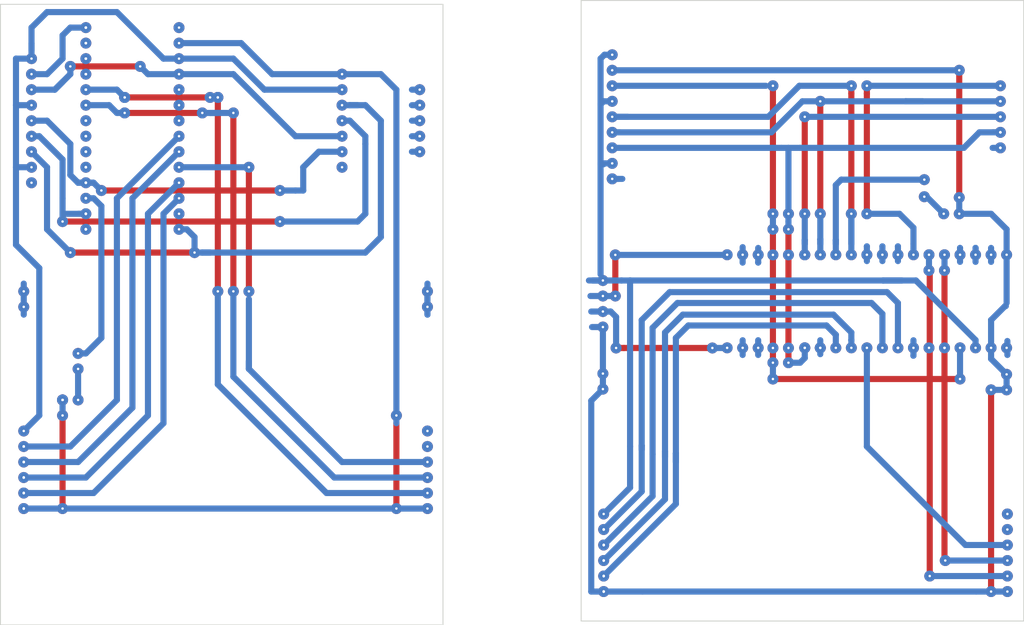
<source format=kicad_pcb>
(kicad_pcb (version 20171130) (host pcbnew "(5.0.1-3-g963ef8bb5)")

  (general
    (thickness 1.6)
    (drawings 10)
    (tracks 740)
    (zones 0)
    (modules 0)
    (nets 1)
  )

  (page A4)
  (layers
    (0 F.Cu signal)
    (31 B.Cu signal)
    (32 B.Adhes user)
    (33 F.Adhes user)
    (34 B.Paste user)
    (35 F.Paste user)
    (36 B.SilkS user)
    (37 F.SilkS user)
    (38 B.Mask user)
    (39 F.Mask user)
    (40 Dwgs.User user)
    (41 Cmts.User user)
    (42 Eco1.User user)
    (43 Eco2.User user)
    (44 Edge.Cuts user)
    (45 Margin user)
    (46 B.CrtYd user)
    (47 F.CrtYd user)
    (48 B.Fab user)
    (49 F.Fab user)
  )

  (setup
    (last_trace_width 1)
    (trace_clearance 0.2)
    (zone_clearance 0.508)
    (zone_45_only no)
    (trace_min 0.2)
    (segment_width 0.2)
    (edge_width 0.15)
    (via_size 1.8)
    (via_drill 0.4)
    (via_min_size 0.4)
    (via_min_drill 0.3)
    (uvia_size 0.3)
    (uvia_drill 0.1)
    (uvias_allowed no)
    (uvia_min_size 0.2)
    (uvia_min_drill 0.1)
    (pcb_text_width 0.3)
    (pcb_text_size 1.5 1.5)
    (mod_edge_width 0.15)
    (mod_text_size 1 1)
    (mod_text_width 0.15)
    (pad_size 1.524 1.524)
    (pad_drill 0.762)
    (pad_to_mask_clearance 0.051)
    (solder_mask_min_width 0.25)
    (aux_axis_origin 0 0)
    (visible_elements FFFFFF7F)
    (pcbplotparams
      (layerselection 0x010fc_ffffffff)
      (usegerberextensions false)
      (usegerberattributes false)
      (usegerberadvancedattributes false)
      (creategerberjobfile false)
      (excludeedgelayer true)
      (linewidth 0.150000)
      (plotframeref false)
      (viasonmask false)
      (mode 1)
      (useauxorigin false)
      (hpglpennumber 1)
      (hpglpenspeed 20)
      (hpglpendiameter 15.000000)
      (psnegative false)
      (psa4output false)
      (plotreference true)
      (plotvalue true)
      (plotinvisibletext false)
      (padsonsilk false)
      (subtractmaskfromsilk false)
      (outputformat 1)
      (mirror false)
      (drillshape 1)
      (scaleselection 1)
      (outputdirectory ""))
  )

  (net 0 "")

  (net_class Default "This is the default net class."
    (clearance 0.2)
    (trace_width 1)
    (via_dia 1.8)
    (via_drill 0.4)
    (uvia_dia 0.3)
    (uvia_drill 0.1)
  )

  (net_class neti ""
    (clearance 0.2)
    (trace_width 0.8)
    (via_dia 3)
    (via_drill 0.4)
    (uvia_dia 0.3)
    (uvia_drill 0.1)
  )

  (gr_text "V1 Initial\n" (at 110.363 15.494) (layer Eco2.User) (tstamp 5DC6DFEE)
    (effects (font (size 1.5 1.5) (thickness 0.3)))
  )
  (gr_text "V2 PSRAM\n" (at 162.56 15.24) (layer Eco2.User)
    (effects (font (size 1.5 1.5) (thickness 0.3)))
  )
  (gr_line (start 140.716 113.665) (end 140.716 12.065) (layer Edge.Cuts) (width 0.15) (tstamp 5DC5CC49))
  (gr_line (start 213.106 12.065) (end 213.106 113.665) (layer Edge.Cuts) (width 0.15) (tstamp 5DC5CC48))
  (gr_line (start 140.716 12.065) (end 213.106 12.065) (layer Edge.Cuts) (width 0.15) (tstamp 5DC5CC47))
  (gr_line (start 140.716 113.665) (end 213.106 113.665) (layer Edge.Cuts) (width 0.15) (tstamp 5DC5CC46))
  (gr_line (start 45.72 12.7) (end 118.11 12.7) (layer Edge.Cuts) (width 0.15))
  (gr_line (start 45.72 114.3) (end 118.11 114.3) (layer Edge.Cuts) (width 0.15))
  (gr_line (start 118.11 12.7) (end 118.11 114.3) (layer Edge.Cuts) (width 0.15))
  (gr_line (start 45.72 114.3) (end 45.72 12.7) (layer Edge.Cuts) (width 0.15))

  (via (at 59.69 16.51) (size 0.8) (drill 0.4) (layers F.Cu B.Cu) (net 0))
  (via (at 59.69 19.05) (size 0.8) (drill 0.4) (layers F.Cu B.Cu) (net 0))
  (via (at 59.69 21.59) (size 0.8) (drill 0.4) (layers F.Cu B.Cu) (net 0))
  (via (at 59.69 24.13) (size 0.8) (drill 0.4) (layers F.Cu B.Cu) (net 0))
  (via (at 59.69 26.67) (size 0.8) (drill 0.4) (layers F.Cu B.Cu) (net 0))
  (via (at 59.69 26.67) (size 0.8) (drill 0.4) (layers F.Cu B.Cu) (net 0) (tstamp 5C68311F))
  (via (at 59.69 26.67) (size 0.8) (drill 0.4) (layers F.Cu B.Cu) (net 0))
  (via (at 59.69 29.21) (size 0.8) (drill 0.4) (layers F.Cu B.Cu) (net 0))
  (via (at 59.69 31.75) (size 0.8) (drill 0.4) (layers F.Cu B.Cu) (net 0))
  (via (at 59.69 34.29) (size 0.8) (drill 0.4) (layers F.Cu B.Cu) (net 0))
  (via (at 59.69 36.83) (size 0.8) (drill 0.4) (layers F.Cu B.Cu) (net 0))
  (via (at 59.69 39.37) (size 0.8) (drill 0.4) (layers F.Cu B.Cu) (net 0))
  (via (at 59.69 41.91) (size 0.8) (drill 0.4) (layers F.Cu B.Cu) (net 0))
  (via (at 59.69 44.45) (size 0.8) (drill 0.4) (layers F.Cu B.Cu) (net 0))
  (via (at 59.69 46.99) (size 0.8) (drill 0.4) (layers F.Cu B.Cu) (net 0))
  (via (at 59.69 49.53) (size 0.8) (drill 0.4) (layers F.Cu B.Cu) (net 0))
  (via (at 114.3 29.21) (size 0.8) (drill 0.4) (layers F.Cu B.Cu) (net 0))
  (via (at 114.3 31.75) (size 0.8) (drill 0.4) (layers F.Cu B.Cu) (net 0))
  (via (at 114.3 34.29) (size 0.8) (drill 0.4) (layers F.Cu B.Cu) (net 0))
  (via (at 114.3 36.83) (size 0.8) (drill 0.4) (layers F.Cu B.Cu) (net 0))
  (via (at 49.53 85.09) (size 0.8) (drill 0.4) (layers F.Cu B.Cu) (net 0))
  (via (at 49.53 87.63) (size 0.8) (drill 0.4) (layers F.Cu B.Cu) (net 0))
  (via (at 49.53 90.17) (size 0.8) (drill 0.4) (layers F.Cu B.Cu) (net 0))
  (via (at 49.53 92.71) (size 0.8) (drill 0.4) (layers F.Cu B.Cu) (net 0))
  (via (at 49.53 95.25) (size 0.8) (drill 0.4) (layers F.Cu B.Cu) (net 0))
  (via (at 49.53 87.63) (size 0.8) (drill 0.4) (layers F.Cu B.Cu) (net 0) (tstamp 5C6836AE))
  (via (at 49.53 87.63) (size 0.8) (drill 0.4) (layers F.Cu B.Cu) (net 0))
  (via (at 59.69 49.53) (size 0.8) (drill 0.4) (layers F.Cu B.Cu) (net 0) (tstamp 5C6837BC))
  (via (at 59.69 49.53) (size 1.2) (drill 0.4) (layers F.Cu B.Cu) (net 0))
  (via (at 59.69 16.51) (size 0.8) (drill 0.4) (layers F.Cu B.Cu) (net 0) (tstamp 5C6837BF))
  (via (at 59.69 16.51) (size 1.2) (drill 0.4) (layers F.Cu B.Cu) (net 0))
  (via (at 59.69 19.05) (size 0.8) (drill 0.4) (layers F.Cu B.Cu) (net 0) (tstamp 5C6837C1))
  (via (at 59.69 19.05) (size 1.2) (drill 0.4) (layers F.Cu B.Cu) (net 0))
  (via (at 59.69 21.59) (size 0.8) (drill 0.4) (layers F.Cu B.Cu) (net 0) (tstamp 5C6837C3))
  (via (at 59.69 21.59) (size 1.2) (drill 0.4) (layers F.Cu B.Cu) (net 0))
  (via (at 59.69 24.13) (size 0.8) (drill 0.4) (layers F.Cu B.Cu) (net 0) (tstamp 5C6837C5))
  (via (at 59.69 24.13) (size 1.2) (drill 0.4) (layers F.Cu B.Cu) (net 0))
  (via (at 59.69 26.67) (size 0.8) (drill 0.4) (layers F.Cu B.Cu) (net 0) (tstamp 5C6837C7))
  (via (at 59.69 26.67) (size 1.2) (drill 0.4) (layers F.Cu B.Cu) (net 0))
  (via (at 59.69 29.21) (size 0.8) (drill 0.4) (layers F.Cu B.Cu) (net 0) (tstamp 5C6837C9))
  (via (at 59.69 29.21) (size 1.2) (drill 0.4) (layers F.Cu B.Cu) (net 0))
  (via (at 59.69 31.75) (size 0.8) (drill 0.4) (layers F.Cu B.Cu) (net 0) (tstamp 5C6837CB))
  (via (at 59.69 31.75) (size 1.2) (drill 0.4) (layers F.Cu B.Cu) (net 0))
  (via (at 59.69 34.29) (size 0.8) (drill 0.4) (layers F.Cu B.Cu) (net 0) (tstamp 5C6837CD))
  (via (at 59.69 34.29) (size 1.2) (drill 0.4) (layers F.Cu B.Cu) (net 0))
  (via (at 59.69 36.83) (size 0.8) (drill 0.4) (layers F.Cu B.Cu) (net 0) (tstamp 5C6837CF))
  (via (at 59.69 36.83) (size 1.2) (drill 0.4) (layers F.Cu B.Cu) (net 0))
  (via (at 59.69 39.37) (size 0.8) (drill 0.4) (layers F.Cu B.Cu) (net 0) (tstamp 5C6837D1))
  (via (at 59.69 39.37) (size 1.2) (drill 0.4) (layers F.Cu B.Cu) (net 0))
  (via (at 59.69 41.91) (size 0.8) (drill 0.4) (layers F.Cu B.Cu) (net 0) (tstamp 5C6837D3))
  (via (at 59.69 41.91) (size 1.2) (drill 0.4) (layers F.Cu B.Cu) (net 0))
  (via (at 59.69 44.45) (size 0.8) (drill 0.4) (layers F.Cu B.Cu) (net 0) (tstamp 5C6837D5))
  (via (at 59.69 44.45) (size 1.2) (drill 0.4) (layers F.Cu B.Cu) (net 0))
  (via (at 59.69 46.99) (size 0.8) (drill 0.4) (layers F.Cu B.Cu) (net 0) (tstamp 5C6837D7))
  (via (at 59.69 46.99) (size 1.2) (drill 0.4) (layers F.Cu B.Cu) (net 0))
  (via (at 59.69 49.53) (size 0.8) (drill 0.4) (layers F.Cu B.Cu) (net 0) (tstamp 5C6837D9))
  (via (at 59.69 49.53) (size 1.2) (drill 0.4) (layers F.Cu B.Cu) (net 0))
  (via (at 59.69 49.53) (size 0.8) (drill 0.4) (layers F.Cu B.Cu) (net 0) (tstamp 5C6837F5))
  (via (at 59.69 49.53) (size 1.5) (drill 0.4) (layers F.Cu B.Cu) (net 0))
  (via (at 59.69 49.53) (size 0.8) (drill 0.4) (layers F.Cu B.Cu) (net 0) (tstamp 5C6837F7))
  (via (at 59.69 49.53) (size 1.5) (drill 0.4) (layers F.Cu B.Cu) (net 0))
  (via (at 59.69 46.99) (size 0.8) (drill 0.4) (layers F.Cu B.Cu) (net 0) (tstamp 5C6837F9))
  (via (at 59.69 46.99) (size 1.5) (drill 0.4) (layers F.Cu B.Cu) (net 0))
  (via (at 59.69 44.45) (size 0.8) (drill 0.4) (layers F.Cu B.Cu) (net 0) (tstamp 5C6837FB))
  (via (at 59.69 44.45) (size 1.5) (drill 0.4) (layers F.Cu B.Cu) (net 0))
  (via (at 59.69 41.91) (size 0.8) (drill 0.4) (layers F.Cu B.Cu) (net 0) (tstamp 5C6837FD))
  (via (at 59.69 41.91) (size 1.5) (drill 0.4) (layers F.Cu B.Cu) (net 0))
  (via (at 59.69 39.37) (size 0.8) (drill 0.4) (layers F.Cu B.Cu) (net 0) (tstamp 5C6837FF))
  (via (at 59.69 39.37) (size 1.5) (drill 0.4) (layers F.Cu B.Cu) (net 0))
  (via (at 59.69 36.83) (size 0.8) (drill 0.4) (layers F.Cu B.Cu) (net 0) (tstamp 5C683801))
  (via (at 59.69 36.83) (size 1.5) (drill 0.4) (layers F.Cu B.Cu) (net 0))
  (via (at 59.69 34.29) (size 0.8) (drill 0.4) (layers F.Cu B.Cu) (net 0) (tstamp 5C683803))
  (via (at 59.69 34.29) (size 1.5) (drill 0.4) (layers F.Cu B.Cu) (net 0))
  (via (at 59.69 31.75) (size 0.8) (drill 0.4) (layers F.Cu B.Cu) (net 0) (tstamp 5C683805))
  (via (at 59.69 31.75) (size 1.5) (drill 0.4) (layers F.Cu B.Cu) (net 0))
  (via (at 59.69 29.21) (size 0.8) (drill 0.4) (layers F.Cu B.Cu) (net 0) (tstamp 5C683807))
  (via (at 59.69 29.21) (size 1.5) (drill 0.4) (layers F.Cu B.Cu) (net 0))
  (via (at 59.69 26.67) (size 0.8) (drill 0.4) (layers F.Cu B.Cu) (net 0) (tstamp 5C683809))
  (via (at 59.69 26.67) (size 1.5) (drill 0.4) (layers F.Cu B.Cu) (net 0))
  (via (at 59.69 24.13) (size 0.8) (drill 0.4) (layers F.Cu B.Cu) (net 0) (tstamp 5C68380B))
  (via (at 59.69 24.13) (size 1.5) (drill 0.4) (layers F.Cu B.Cu) (net 0))
  (via (at 59.69 21.59) (size 0.8) (drill 0.4) (layers F.Cu B.Cu) (net 0) (tstamp 5C68380D))
  (via (at 59.69 21.59) (size 1.5) (drill 0.4) (layers F.Cu B.Cu) (net 0))
  (via (at 59.69 19.05) (size 0.8) (drill 0.4) (layers F.Cu B.Cu) (net 0) (tstamp 5C68380F))
  (via (at 59.69 19.05) (size 1.5) (drill 0.4) (layers F.Cu B.Cu) (net 0))
  (via (at 59.69 16.51) (size 0.8) (drill 0.4) (layers F.Cu B.Cu) (net 0) (tstamp 5C683811))
  (via (at 59.69 16.51) (size 1.5) (drill 0.4) (layers F.Cu B.Cu) (net 0))
  (via (at 114.3 29.21) (size 0.8) (drill 0.4) (layers F.Cu B.Cu) (net 0) (tstamp 5C683869))
  (via (at 114.3 29.21) (size 1.5) (drill 0.4) (layers F.Cu B.Cu) (net 0))
  (via (at 114.3 31.75) (size 0.8) (drill 0.4) (layers F.Cu B.Cu) (net 0) (tstamp 5C68386B))
  (via (at 114.3 31.75) (size 1.5) (drill 0.4) (layers F.Cu B.Cu) (net 0))
  (via (at 114.3 34.29) (size 0.8) (drill 0.4) (layers F.Cu B.Cu) (net 0) (tstamp 5C68386D))
  (via (at 114.3 34.29) (size 1.5) (drill 0.4) (layers F.Cu B.Cu) (net 0))
  (via (at 114.3 36.83) (size 0.8) (drill 0.4) (layers F.Cu B.Cu) (net 0) (tstamp 5C68386F))
  (via (at 114.3 36.83) (size 1.5) (drill 0.4) (layers F.Cu B.Cu) (net 0))
  (via (at 49.53 85.09) (size 0.8) (drill 0.4) (layers F.Cu B.Cu) (net 0) (tstamp 5C683885))
  (via (at 49.53 87.63) (size 0.8) (drill 0.4) (layers F.Cu B.Cu) (net 0) (tstamp 5C683887))
  (via (at 49.53 87.63) (size 1.5) (drill 0.4) (layers F.Cu B.Cu) (net 0))
  (via (at 49.53 90.17) (size 0.8) (drill 0.4) (layers F.Cu B.Cu) (net 0) (tstamp 5C683889))
  (via (at 49.53 90.17) (size 1.5) (drill 0.4) (layers F.Cu B.Cu) (net 0))
  (via (at 49.53 92.71) (size 0.8) (drill 0.4) (layers F.Cu B.Cu) (net 0) (tstamp 5C68388B))
  (via (at 49.53 92.71) (size 1.5) (drill 0.4) (layers F.Cu B.Cu) (net 0))
  (via (at 49.53 95.25) (size 0.8) (drill 0.4) (layers F.Cu B.Cu) (net 0) (tstamp 5C68388D))
  (via (at 49.53 95.25) (size 1.5) (drill 0.4) (layers F.Cu B.Cu) (net 0))
  (via (at 49.53 85.09) (size 0.8) (drill 0.4) (layers F.Cu B.Cu) (net 0) (tstamp 5C6842EE))
  (via (at 49.53 85.09) (size 1.5) (drill 0.4) (layers F.Cu B.Cu) (net 0))
  (via (at 49.53 85.09) (size 0.8) (drill 0.4) (layers F.Cu B.Cu) (net 0) (tstamp 5C7B7558))
  (via (at 49.53 85.09) (size 1.8) (drill 0.4) (layers F.Cu B.Cu) (net 0))
  (via (at 49.53 87.63) (size 0.8) (drill 0.4) (layers F.Cu B.Cu) (net 0) (tstamp 5C7B755A))
  (via (at 49.53 87.63) (size 1.8) (drill 0.4) (layers F.Cu B.Cu) (net 0))
  (via (at 49.53 90.17) (size 0.8) (drill 0.4) (layers F.Cu B.Cu) (net 0) (tstamp 5C7B755C))
  (via (at 49.53 90.17) (size 1.8) (drill 0.4) (layers F.Cu B.Cu) (net 0))
  (via (at 49.53 92.71) (size 0.8) (drill 0.4) (layers F.Cu B.Cu) (net 0) (tstamp 5C7B755E))
  (via (at 49.53 92.71) (size 1.8) (drill 0.4) (layers F.Cu B.Cu) (net 0))
  (via (at 49.53 95.25) (size 0.8) (drill 0.4) (layers F.Cu B.Cu) (net 0) (tstamp 5C7B7560))
  (via (at 49.53 95.25) (size 1.8) (drill 0.4) (layers F.Cu B.Cu) (net 0))
  (via (at 114.3 29.21) (size 0.8) (drill 0.4) (layers F.Cu B.Cu) (net 0) (tstamp 5C7B7576))
  (via (at 114.3 29.21) (size 1.8) (drill 0.4) (layers F.Cu B.Cu) (net 0))
  (via (at 114.3 31.75) (size 0.8) (drill 0.4) (layers F.Cu B.Cu) (net 0) (tstamp 5C7B7578))
  (via (at 114.3 31.75) (size 1.8) (drill 0.4) (layers F.Cu B.Cu) (net 0))
  (via (at 114.3 34.29) (size 0.8) (drill 0.4) (layers F.Cu B.Cu) (net 0) (tstamp 5C7B757A))
  (via (at 114.3 34.29) (size 1.8) (drill 0.4) (layers F.Cu B.Cu) (net 0))
  (via (at 114.3 36.83) (size 0.8) (drill 0.4) (layers F.Cu B.Cu) (net 0) (tstamp 5C7B757C))
  (via (at 114.3 36.83) (size 1.8) (drill 0.4) (layers F.Cu B.Cu) (net 0))
  (via (at 59.69 16.51) (size 0.8) (drill 0.4) (layers F.Cu B.Cu) (net 0) (tstamp 5C7B759C))
  (via (at 59.69 16.51) (size 1.8) (drill 0.4) (layers F.Cu B.Cu) (net 0))
  (via (at 59.69 19.05) (size 0.8) (drill 0.4) (layers F.Cu B.Cu) (net 0) (tstamp 5C7B759E))
  (via (at 59.69 19.05) (size 1.8) (drill 0.4) (layers F.Cu B.Cu) (net 0))
  (via (at 59.69 21.59) (size 0.8) (drill 0.4) (layers F.Cu B.Cu) (net 0) (tstamp 5C7B75A0))
  (via (at 59.69 21.59) (size 1.8) (drill 0.4) (layers F.Cu B.Cu) (net 0))
  (via (at 59.69 24.13) (size 0.8) (drill 0.4) (layers F.Cu B.Cu) (net 0) (tstamp 5C7B75A2))
  (via (at 59.69 24.13) (size 1.8) (drill 0.4) (layers F.Cu B.Cu) (net 0))
  (via (at 59.69 26.67) (size 0.8) (drill 0.4) (layers F.Cu B.Cu) (net 0) (tstamp 5C7B75A4))
  (via (at 59.69 26.67) (size 1.8) (drill 0.4) (layers F.Cu B.Cu) (net 0))
  (via (at 59.69 29.21) (size 0.8) (drill 0.4) (layers F.Cu B.Cu) (net 0) (tstamp 5C7B75A6))
  (via (at 59.69 29.21) (size 1.8) (drill 0.4) (layers F.Cu B.Cu) (net 0))
  (via (at 59.69 31.75) (size 0.8) (drill 0.4) (layers F.Cu B.Cu) (net 0) (tstamp 5C7B75A8))
  (via (at 59.69 31.75) (size 1.8) (drill 0.4) (layers F.Cu B.Cu) (net 0))
  (via (at 59.69 34.29) (size 0.8) (drill 0.4) (layers F.Cu B.Cu) (net 0) (tstamp 5C7B75AA))
  (via (at 59.69 34.29) (size 1.8) (drill 0.4) (layers F.Cu B.Cu) (net 0))
  (via (at 59.69 36.83) (size 0.8) (drill 0.4) (layers F.Cu B.Cu) (net 0) (tstamp 5C7B75AC))
  (via (at 59.69 36.83) (size 1.8) (drill 0.4) (layers F.Cu B.Cu) (net 0))
  (via (at 59.69 39.37) (size 0.8) (drill 0.4) (layers F.Cu B.Cu) (net 0) (tstamp 5C7B75AE))
  (via (at 59.69 39.37) (size 1.8) (drill 0.4) (layers F.Cu B.Cu) (net 0))
  (via (at 59.69 41.91) (size 0.8) (drill 0.4) (layers F.Cu B.Cu) (net 0) (tstamp 5C7B75B0))
  (via (at 59.69 41.91) (size 1.8) (drill 0.4) (layers F.Cu B.Cu) (net 0))
  (via (at 59.69 44.45) (size 0.8) (drill 0.4) (layers F.Cu B.Cu) (net 0) (tstamp 5C7B75B2))
  (via (at 59.69 44.45) (size 1.8) (drill 0.4) (layers F.Cu B.Cu) (net 0))
  (via (at 59.69 46.99) (size 0.8) (drill 0.4) (layers F.Cu B.Cu) (net 0) (tstamp 5C7B75B4))
  (via (at 59.69 46.99) (size 1.8) (drill 0.4) (layers F.Cu B.Cu) (net 0))
  (via (at 59.69 49.53) (size 0.8) (drill 0.4) (layers F.Cu B.Cu) (net 0) (tstamp 5C7B75B6))
  (via (at 59.69 49.53) (size 1.8) (drill 0.4) (layers F.Cu B.Cu) (net 0))
  (via (at 115.57 95.25) (size 1.8) (drill 0.4) (layers F.Cu B.Cu) (net 0))
  (via (at 115.57 92.71) (size 1.8) (drill 0.4) (layers F.Cu B.Cu) (net 0))
  (via (at 115.57 90.17) (size 1.8) (drill 0.4) (layers F.Cu B.Cu) (net 0))
  (via (at 115.57 87.63) (size 1.8) (drill 0.4) (layers F.Cu B.Cu) (net 0))
  (via (at 115.57 85.09) (size 1.8) (drill 0.4) (layers F.Cu B.Cu) (net 0))
  (via (at 115.57 82.55) (size 1.8) (drill 0.4) (layers F.Cu B.Cu) (net 0))
  (via (at 101.6 26.67) (size 1.8) (drill 0.4) (layers F.Cu B.Cu) (net 0))
  (via (at 101.6 29.21) (size 1.8) (drill 0.4) (layers F.Cu B.Cu) (net 0))
  (via (at 101.6 31.75) (size 1.8) (drill 0.4) (layers F.Cu B.Cu) (net 0))
  (via (at 101.6 34.29) (size 1.8) (drill 0.4) (layers F.Cu B.Cu) (net 0))
  (via (at 101.6 36.83) (size 1.8) (drill 0.4) (layers F.Cu B.Cu) (net 0))
  (via (at 101.6 39.37) (size 1.8) (drill 0.4) (layers F.Cu B.Cu) (net 0))
  (via (at 101.6 24.13) (size 1.8) (drill 0.4) (layers F.Cu B.Cu) (net 0))
  (via (at 49.53 62.23) (size 1.8) (drill 0.4) (layers F.Cu B.Cu) (net 0))
  (via (at 49.53 59.69) (size 1.8) (drill 0.4) (layers F.Cu B.Cu) (net 0))
  (via (at 49.53 82.55) (size 1.8) (drill 0.4) (layers F.Cu B.Cu) (net 0))
  (via (at 115.57 59.69) (size 1.8) (drill 0.4) (layers F.Cu B.Cu) (net 0))
  (via (at 115.57 62.23) (size 1.8) (drill 0.4) (layers F.Cu B.Cu) (net 0))
  (via (at 50.8 31.75) (size 1.8) (drill 0.4) (layers F.Cu B.Cu) (net 0))
  (via (at 50.8 29.21) (size 1.8) (drill 0.4) (layers F.Cu B.Cu) (net 0))
  (via (at 50.8 34.29) (size 1.8) (drill 0.4) (layers F.Cu B.Cu) (net 0))
  (via (at 50.8 36.83) (size 1.8) (drill 0.4) (layers F.Cu B.Cu) (net 0))
  (via (at 50.8 26.67) (size 1.8) (drill 0.4) (layers F.Cu B.Cu) (net 0))
  (via (at 50.8 24.13) (size 1.8) (drill 0.4) (layers F.Cu B.Cu) (net 0))
  (via (at 50.8 39.37) (size 1.8) (drill 0.4) (layers F.Cu B.Cu) (net 0))
  (via (at 50.8 41.91) (size 1.8) (drill 0.4) (layers F.Cu B.Cu) (net 0))
  (via (at 50.8 21.59) (size 1.8) (drill 0.4) (layers F.Cu B.Cu) (net 0))
  (via (at 74.93 16.51) (size 1.8) (drill 0.4) (layers F.Cu B.Cu) (net 0))
  (via (at 74.93 19.05) (size 1.8) (drill 0.4) (layers F.Cu B.Cu) (net 0))
  (via (at 74.93 21.59) (size 1.8) (drill 0.4) (layers F.Cu B.Cu) (net 0))
  (via (at 74.93 24.13) (size 1.8) (drill 0.4) (layers F.Cu B.Cu) (net 0))
  (via (at 74.93 26.67) (size 1.8) (drill 0.4) (layers F.Cu B.Cu) (net 0))
  (via (at 74.93 29.21) (size 1.8) (drill 0.4) (layers F.Cu B.Cu) (net 0))
  (via (at 74.93 31.75) (size 1.8) (drill 0.4) (layers F.Cu B.Cu) (net 0))
  (via (at 74.93 34.29) (size 1.8) (drill 0.4) (layers F.Cu B.Cu) (net 0))
  (via (at 74.93 36.83) (size 1.8) (drill 0.4) (layers F.Cu B.Cu) (net 0))
  (via (at 74.93 39.37) (size 1.8) (drill 0.4) (layers F.Cu B.Cu) (net 0))
  (via (at 74.93 41.91) (size 1.8) (drill 0.4) (layers F.Cu B.Cu) (net 0))
  (via (at 74.93 44.45) (size 1.8) (drill 0.4) (layers F.Cu B.Cu) (net 0))
  (via (at 74.93 46.99) (size 1.8) (drill 0.4) (layers F.Cu B.Cu) (net 0))
  (via (at 74.93 49.53) (size 1.8) (drill 0.4) (layers F.Cu B.Cu) (net 0))
  (segment (start 74.93 21.59) (end 83.82 21.59) (width 1) (layer B.Cu) (net 0))
  (segment (start 88.9 26.67) (end 101.6 26.67) (width 1) (layer B.Cu) (net 0))
  (segment (start 83.82 21.59) (end 88.9 26.67) (width 1) (layer B.Cu) (net 0))
  (segment (start 74.93 19.05) (end 85.09 19.05) (width 1) (layer B.Cu) (net 0))
  (segment (start 85.09 19.05) (end 90.17 24.13) (width 1) (layer B.Cu) (net 0))
  (segment (start 90.17 24.13) (end 101.6 24.13) (width 1) (layer B.Cu) (net 0))
  (segment (start 50.8 16.51) (end 53.34 13.97) (width 1) (layer B.Cu) (net 0))
  (segment (start 53.34 13.97) (end 64.77 13.97) (width 1) (layer B.Cu) (net 0))
  (segment (start 64.77 13.97) (end 72.39 21.59) (width 1) (layer B.Cu) (net 0))
  (segment (start 72.39 21.59) (end 74.93 21.59) (width 1) (layer B.Cu) (net 0))
  (segment (start 50.8 21.59) (end 50.8 19.05) (width 1) (layer B.Cu) (net 0))
  (segment (start 50.8 19.05) (end 50.8 16.51) (width 1) (layer B.Cu) (net 0))
  (segment (start 50.8 20.32) (end 50.8 19.05) (width 1) (layer B.Cu) (net 0))
  (segment (start 57.15 16.51) (end 59.69 16.51) (width 1) (layer B.Cu) (net 0))
  (segment (start 55.88 17.78) (end 57.15 16.51) (width 1) (layer B.Cu) (net 0))
  (segment (start 55.88 21.59) (end 55.88 17.78) (width 1) (layer B.Cu) (net 0))
  (segment (start 53.34 24.13) (end 55.88 21.59) (width 1) (layer B.Cu) (net 0))
  (segment (start 50.8 24.13) (end 53.34 24.13) (width 1) (layer B.Cu) (net 0))
  (via (at 68.58 22.86) (size 1.8) (drill 0.4) (layers F.Cu B.Cu) (net 0))
  (via (at 57.15 22.86) (size 1.8) (drill 0.4) (layers F.Cu B.Cu) (net 0))
  (segment (start 50.8 26.67) (end 54.61 26.67) (width 1) (layer B.Cu) (net 0))
  (segment (start 74.93 24.13) (end 69.85 24.13) (width 1) (layer B.Cu) (net 0))
  (segment (start 54.61 26.67) (end 55.88 25.4) (width 1) (layer B.Cu) (net 0))
  (segment (start 50.8 21.59) (end 48.26 21.59) (width 1) (layer B.Cu) (net 0))
  (segment (start 48.26 21.59) (end 48.26 29.21) (width 1) (layer B.Cu) (net 0))
  (segment (start 48.26 29.21) (end 50.8 29.21) (width 1) (layer B.Cu) (net 0))
  (segment (start 48.26 29.21) (end 48.26 39.37) (width 1) (layer B.Cu) (net 0))
  (segment (start 48.26 39.37) (end 50.8 39.37) (width 1) (layer B.Cu) (net 0))
  (segment (start 57.15 53.34) (end 57.15 53.34) (width 1) (layer B.Cu) (net 0) (tstamp 5D87702D))
  (via (at 57.15 53.34) (size 1.8) (drill 0.4) (layers F.Cu B.Cu) (net 0))
  (segment (start 53.34 49.53) (end 57.15 53.34) (width 1) (layer B.Cu) (net 0))
  (segment (start 53.34 39.37) (end 53.34 49.53) (width 1) (layer B.Cu) (net 0))
  (segment (start 50.8 36.83) (end 53.34 39.37) (width 1) (layer B.Cu) (net 0))
  (segment (start 58.42 46.99) (end 59.69 46.99) (width 1) (layer B.Cu) (net 0))
  (segment (start 58.42 41.91) (end 59.69 41.91) (width 1) (layer B.Cu) (net 0))
  (segment (start 57.15 40.64) (end 58.42 41.91) (width 1) (layer B.Cu) (net 0))
  (segment (start 49.53 95.25) (end 55.88 95.25) (width 1) (layer B.Cu) (net 0))
  (segment (start 48.26 39.37) (end 48.26 52.07) (width 1) (layer B.Cu) (net 0))
  (segment (start 48.26 52.07) (end 52.07 55.88) (width 1) (layer B.Cu) (net 0))
  (segment (start 52.07 80.01) (end 49.53 82.55) (width 1) (layer B.Cu) (net 0))
  (segment (start 52.07 55.88) (end 52.07 80.01) (width 1) (layer B.Cu) (net 0))
  (segment (start 113.03 29.21) (end 114.3 29.21) (width 1) (layer B.Cu) (net 0))
  (segment (start 113.03 31.75) (end 114.3 31.75) (width 1) (layer B.Cu) (net 0))
  (segment (start 113.03 34.29) (end 114.3 34.29) (width 1) (layer B.Cu) (net 0))
  (segment (start 113.03 36.83) (end 114.3 36.83) (width 1) (layer B.Cu) (net 0))
  (segment (start 64.77 26.67) (end 66.04 27.94) (width 1) (layer B.Cu) (net 0))
  (segment (start 59.69 26.67) (end 64.77 26.67) (width 1) (layer B.Cu) (net 0))
  (segment (start 53.34 31.75) (end 57.15 35.56) (width 1) (layer B.Cu) (net 0))
  (segment (start 57.15 35.56) (end 57.15 40.64) (width 1) (layer B.Cu) (net 0))
  (segment (start 50.8 31.75) (end 53.34 31.75) (width 1) (layer B.Cu) (net 0))
  (segment (start 52.07 34.29) (end 55.88 38.1) (width 1) (layer B.Cu) (net 0))
  (segment (start 50.8 34.29) (end 52.07 34.29) (width 1) (layer B.Cu) (net 0))
  (segment (start 55.88 38.1) (end 55.88 44.45) (width 1) (layer B.Cu) (net 0))
  (segment (start 64.77 77.47) (end 57.15 85.09) (width 1) (layer B.Cu) (net 0))
  (segment (start 57.15 85.09) (end 49.53 85.09) (width 1) (layer B.Cu) (net 0))
  (segment (start 58.42 77.47) (end 58.42 77.47) (width 1) (layer B.Cu) (net 0) (tstamp 5D8774FA))
  (via (at 58.42 77.47) (size 1.8) (drill 0.4) (layers F.Cu B.Cu) (net 0))
  (segment (start 74.93 36.83) (end 67.31 44.45) (width 1) (layer B.Cu) (net 0))
  (segment (start 67.31 44.45) (end 67.31 78.74) (width 1) (layer B.Cu) (net 0))
  (segment (start 67.31 78.74) (end 58.42 87.63) (width 1) (layer B.Cu) (net 0))
  (segment (start 58.42 87.63) (end 49.53 87.63) (width 1) (layer B.Cu) (net 0))
  (segment (start 74.93 34.29) (end 64.77 44.45) (width 1) (layer B.Cu) (net 0))
  (segment (start 64.77 44.45) (end 64.77 77.47) (width 1) (layer B.Cu) (net 0))
  (segment (start 57.15 53.34) (end 77.47 53.34) (width 1) (layer F.Cu) (net 0))
  (segment (start 74.93 41.91) (end 69.85 46.99) (width 1) (layer B.Cu) (net 0))
  (segment (start 69.85 46.99) (end 69.85 80.01) (width 1) (layer B.Cu) (net 0))
  (segment (start 69.85 80.01) (end 59.69 90.17) (width 1) (layer B.Cu) (net 0))
  (segment (start 59.69 90.17) (end 49.53 90.17) (width 1) (layer B.Cu) (net 0))
  (via (at 77.47 53.34) (size 1.8) (drill 0.4) (layers F.Cu B.Cu) (net 0))
  (segment (start 115.57 59.69) (end 115.57 63.5) (width 1) (layer B.Cu) (net 0))
  (segment (start 115.57 63.5) (end 115.57 58.42) (width 1) (layer B.Cu) (net 0))
  (segment (start 49.53 58.42) (end 49.53 63.5) (width 1) (layer B.Cu) (net 0))
  (segment (start 101.6 87.63) (end 115.57 87.63) (width 1) (layer B.Cu) (net 0))
  (segment (start 60.96 92.71) (end 49.53 92.71) (width 1) (layer B.Cu) (net 0))
  (segment (start 72.39 81.28) (end 60.96 92.71) (width 1) (layer B.Cu) (net 0))
  (segment (start 72.39 46.99) (end 72.39 81.28) (width 1) (layer B.Cu) (net 0))
  (segment (start 74.93 44.45) (end 72.39 46.99) (width 1) (layer B.Cu) (net 0))
  (segment (start 66.04 27.94) (end 66.04 27.94) (width 1) (layer B.Cu) (net 0) (tstamp 5D877813))
  (via (at 66.04 27.94) (size 1.8) (drill 0.4) (layers F.Cu B.Cu) (net 0))
  (via (at 66.04 30.48) (size 1.8) (drill 0.4) (layers F.Cu B.Cu) (net 0))
  (segment (start 64.77 30.48) (end 66.04 30.48) (width 1) (layer B.Cu) (net 0))
  (segment (start 63.5 29.21) (end 64.77 30.48) (width 1) (layer B.Cu) (net 0))
  (segment (start 59.69 29.21) (end 63.5 29.21) (width 1) (layer B.Cu) (net 0))
  (segment (start 69.85 24.13) (end 68.58 22.86) (width 1) (layer B.Cu) (net 0))
  (segment (start 54.61 26.67) (end 57.15 24.13) (width 1) (layer B.Cu) (net 0))
  (segment (start 57.15 24.13) (end 57.15 22.86) (width 1) (layer B.Cu) (net 0))
  (segment (start 57.15 22.86) (end 68.58 22.86) (width 1) (layer F.Cu) (net 0))
  (segment (start 66.04 30.48) (end 78.74 30.48) (width 1) (layer F.Cu) (net 0))
  (segment (start 76.2 49.53) (end 77.47 50.8) (width 1) (layer B.Cu) (net 0))
  (segment (start 77.47 50.8) (end 77.47 53.34) (width 1) (layer B.Cu) (net 0))
  (via (at 78.74 30.48) (size 1.8) (drill 0.4) (layers F.Cu B.Cu) (net 0))
  (segment (start 81.28 30.48) (end 81.28 30.48) (width 1) (layer F.Cu) (net 0) (tstamp 5D877C04))
  (via (at 83.82 30.48) (size 1.8) (drill 0.4) (layers F.Cu B.Cu) (net 0))
  (via (at 80.01 27.94) (size 1.8) (drill 0.4) (layers F.Cu B.Cu) (net 0))
  (segment (start 66.04 27.94) (end 66.04 27.94) (width 1) (layer B.Cu) (net 0) (tstamp 5D877C27))
  (via (at 66.04 27.94) (size 1.8) (drill 0.4) (layers F.Cu B.Cu) (net 0))
  (segment (start 66.04 27.94) (end 80.01 27.94) (width 1) (layer F.Cu) (net 0))
  (segment (start 74.93 39.37) (end 86.36 39.37) (width 1) (layer B.Cu) (net 0))
  (segment (start 86.36 39.37) (end 86.36 39.37) (width 1) (layer B.Cu) (net 0) (tstamp 5D877CFE))
  (via (at 86.36 39.37) (size 1.8) (drill 0.4) (layers F.Cu B.Cu) (net 0))
  (segment (start 96.52 82.55) (end 101.6 87.63) (width 1) (layer B.Cu) (net 0))
  (segment (start 95.25 81.28) (end 96.52 82.55) (width 1) (layer B.Cu) (net 0))
  (segment (start 81.28 30.48) (end 81.28 59.69) (width 1) (layer F.Cu) (net 0))
  (segment (start 86.36 39.37) (end 86.36 59.69) (width 1) (layer F.Cu) (net 0))
  (segment (start 86.36 72.39) (end 86.36 71.12) (width 1) (layer B.Cu) (net 0))
  (segment (start 96.52 82.55) (end 86.36 72.39) (width 1) (layer B.Cu) (net 0))
  (via (at 81.28 59.69) (size 1.8) (drill 0.4) (layers F.Cu B.Cu) (net 0))
  (via (at 83.82 59.69) (size 1.8) (drill 0.4) (layers F.Cu B.Cu) (net 0))
  (via (at 86.36 59.69) (size 1.8) (drill 0.4) (layers F.Cu B.Cu) (net 0))
  (segment (start 86.36 60.96) (end 86.36 72.39) (width 1) (layer B.Cu) (net 0))
  (segment (start 100.33 90.17) (end 115.57 90.17) (width 1) (layer B.Cu) (net 0))
  (segment (start 83.82 73.66) (end 100.33 90.17) (width 1) (layer B.Cu) (net 0))
  (segment (start 83.82 59.69) (end 83.82 73.66) (width 1) (layer B.Cu) (net 0))
  (segment (start 99.06 92.71) (end 115.57 92.71) (width 1) (layer B.Cu) (net 0))
  (segment (start 81.28 74.93) (end 99.06 92.71) (width 1) (layer B.Cu) (net 0))
  (segment (start 81.28 59.69) (end 81.28 74.93) (width 1) (layer B.Cu) (net 0))
  (via (at 55.88 80.01) (size 1.8) (drill 0.4) (layers F.Cu B.Cu) (net 0))
  (segment (start 55.88 95.25) (end 110.49 95.25) (width 1) (layer B.Cu) (net 0) (tstamp 5D877ECA))
  (via (at 55.88 95.25) (size 1.8) (drill 0.4) (layers F.Cu B.Cu) (net 0))
  (via (at 55.88 77.47) (size 1.8) (drill 0.4) (layers F.Cu B.Cu) (net 0))
  (via (at 55.88 77.47) (size 1.8) (drill 0.4) (layers F.Cu B.Cu) (net 0) (tstamp 5D877EEF))
  (via (at 55.88 77.47) (size 1.8) (drill 0.4) (layers F.Cu B.Cu) (net 0))
  (segment (start 55.88 77.47) (end 55.88 80.01) (width 1) (layer B.Cu) (net 0))
  (segment (start 55.88 80.01) (end 55.88 95.25) (width 1) (layer F.Cu) (net 0))
  (via (at 62.23 43.18) (size 1.8) (drill 0.4) (layers F.Cu B.Cu) (net 0))
  (segment (start 60.96 44.45) (end 62.23 45.72) (width 1) (layer B.Cu) (net 0))
  (segment (start 59.69 44.45) (end 60.96 44.45) (width 1) (layer B.Cu) (net 0))
  (segment (start 60.96 41.91) (end 62.23 43.18) (width 1) (layer B.Cu) (net 0))
  (segment (start 59.69 41.91) (end 60.96 41.91) (width 1) (layer B.Cu) (net 0))
  (segment (start 58.42 41.91) (end 60.96 41.91) (width 1) (layer B.Cu) (net 0))
  (segment (start 91.44 43.18) (end 91.44 43.18) (width 1) (layer B.Cu) (net 0) (tstamp 5D877F99))
  (via (at 91.44 43.18) (size 1.8) (drill 0.4) (layers F.Cu B.Cu) (net 0))
  (segment (start 62.23 43.18) (end 91.44 43.18) (width 1) (layer F.Cu) (net 0))
  (via (at 55.88 48.26) (size 1.8) (drill 0.4) (layers F.Cu B.Cu) (net 0))
  (segment (start 55.88 46.99) (end 59.69 46.99) (width 1) (layer B.Cu) (net 0))
  (segment (start 55.88 46.99) (end 55.88 44.45) (width 1) (layer B.Cu) (net 0))
  (segment (start 55.88 48.26) (end 55.88 46.99) (width 1) (layer B.Cu) (net 0))
  (segment (start 74.93 49.53) (end 76.2 49.53) (width 1) (layer B.Cu) (net 0))
  (segment (start 105.41 35.56) (end 105.41 46.99) (width 1) (layer B.Cu) (net 0))
  (segment (start 105.41 46.99) (end 104.14 48.26) (width 1) (layer B.Cu) (net 0))
  (segment (start 104.14 48.26) (end 91.44 48.26) (width 1) (layer B.Cu) (net 0))
  (segment (start 91.44 48.26) (end 91.44 48.26) (width 1) (layer B.Cu) (net 0) (tstamp 5D87804A))
  (via (at 91.44 48.26) (size 1.8) (drill 0.4) (layers F.Cu B.Cu) (net 0))
  (segment (start 55.88 48.26) (end 91.44 48.26) (width 1) (layer F.Cu) (net 0))
  (segment (start 101.6 31.75) (end 102.87 31.75) (width 1) (layer B.Cu) (net 0))
  (segment (start 102.87 31.75) (end 105.41 34.29) (width 1) (layer B.Cu) (net 0))
  (segment (start 105.41 34.29) (end 105.41 35.56) (width 1) (layer B.Cu) (net 0))
  (segment (start 93.98 34.29) (end 101.6 34.29) (width 1) (layer B.Cu) (net 0))
  (segment (start 83.82 24.13) (end 93.98 34.29) (width 1) (layer B.Cu) (net 0))
  (segment (start 74.93 24.13) (end 83.82 24.13) (width 1) (layer B.Cu) (net 0))
  (segment (start 95.25 43.18) (end 93.98 43.18) (width 1) (layer B.Cu) (net 0))
  (segment (start 93.98 43.18) (end 91.44 43.18) (width 1) (layer B.Cu) (net 0))
  (segment (start 101.6 36.83) (end 97.79 36.83) (width 1) (layer B.Cu) (net 0))
  (segment (start 95.25 39.37) (end 95.25 43.18) (width 1) (layer B.Cu) (net 0))
  (segment (start 97.79 36.83) (end 95.25 39.37) (width 1) (layer B.Cu) (net 0))
  (via (at 114.3 26.67) (size 1.8) (drill 0.4) (layers F.Cu B.Cu) (net 0))
  (segment (start 113.03 26.67) (end 114.3 26.67) (width 1) (layer B.Cu) (net 0))
  (via (at 58.42 72.39) (size 1.8) (drill 0.4) (layers F.Cu B.Cu) (net 0))
  (via (at 58.42 69.85) (size 1.8) (drill 0.4) (layers F.Cu B.Cu) (net 0))
  (segment (start 58.42 72.39) (end 58.42 77.47) (width 1) (layer B.Cu) (net 0))
  (segment (start 58.42 69.85) (end 59.69 69.85) (width 1) (layer B.Cu) (net 0))
  (segment (start 59.69 69.85) (end 62.23 67.31) (width 1) (layer B.Cu) (net 0))
  (segment (start 62.23 45.72) (end 62.23 67.31) (width 1) (layer B.Cu) (net 0))
  (segment (start 80.01 27.94) (end 81.28 27.94) (width 1) (layer B.Cu) (net 0))
  (segment (start 80.01 30.48) (end 83.82 30.48) (width 1) (layer B.Cu) (net 0))
  (segment (start 78.74 30.48) (end 80.01 30.48) (width 1) (layer B.Cu) (net 0))
  (segment (start 80.01 30.48) (end 81.28 30.48) (width 1) (layer B.Cu) (net 0))
  (via (at 81.28 27.94) (size 1.8) (drill 0.4) (layers F.Cu B.Cu) (net 0) (tstamp 5D878632))
  (via (at 81.28 27.94) (size 1.8) (drill 0.4) (layers F.Cu B.Cu) (net 0))
  (segment (start 81.28 30.48) (end 81.28 27.94) (width 1) (layer F.Cu) (net 0))
  (segment (start 83.82 30.48) (end 83.82 59.69) (width 1) (layer F.Cu) (net 0))
  (segment (start 110.49 95.25) (end 115.57 95.25) (width 1) (layer B.Cu) (net 0) (tstamp 5D8D0DC0))
  (via (at 110.49 95.25) (size 1.8) (drill 0.4) (layers F.Cu B.Cu) (net 0))
  (via (at 110.49 80.01) (size 1.8) (drill 0.4) (layers F.Cu B.Cu) (net 0))
  (segment (start 78.74 53.34) (end 105.41 53.34) (width 1) (layer B.Cu) (net 0))
  (segment (start 80.01 53.34) (end 78.74 53.34) (width 1) (layer B.Cu) (net 0))
  (segment (start 78.74 53.34) (end 77.47 53.34) (width 1) (layer B.Cu) (net 0))
  (segment (start 105.41 53.34) (end 107.95 50.8) (width 1) (layer B.Cu) (net 0))
  (segment (start 107.95 50.8) (end 107.95 31.75) (width 1) (layer B.Cu) (net 0))
  (segment (start 107.95 31.75) (end 105.41 29.21) (width 1) (layer B.Cu) (net 0))
  (segment (start 105.41 29.21) (end 102.87 29.21) (width 1) (layer B.Cu) (net 0))
  (segment (start 102.87 29.21) (end 104.14 29.21) (width 1) (layer B.Cu) (net 0))
  (segment (start 101.6 29.21) (end 102.87 29.21) (width 1) (layer B.Cu) (net 0))
  (segment (start 110.49 26.67) (end 107.95 24.13) (width 1) (layer B.Cu) (net 0))
  (segment (start 107.95 24.13) (end 101.6 24.13) (width 1) (layer B.Cu) (net 0))
  (segment (start 110.49 81.28) (end 110.49 26.67) (width 1) (layer B.Cu) (net 0))
  (segment (start 110.49 81.28) (end 110.49 95.25) (width 1) (layer F.Cu) (net 0))
  (segment (start 144.399 108.839) (end 150.749 108.839) (width 1) (layer B.Cu) (net 0) (tstamp 5DC5CAE5))
  (segment (start 208.026 33.655) (end 209.296 33.655) (width 1) (layer B.Cu) (net 0) (tstamp 5DC5CAEC))
  (segment (start 208.026 36.195) (end 209.296 36.195) (width 1) (layer B.Cu) (net 0) (tstamp 5DC5CAED))
  (segment (start 145.796 31.115) (end 148.336 31.115) (width 1) (layer B.Cu) (net 0) (tstamp 5DC5CAF2))
  (segment (start 145.796 33.655) (end 147.066 33.655) (width 1) (layer B.Cu) (net 0) (tstamp 5DC5CAF4))
  (segment (start 150.749 108.839) (end 205.359 108.839) (width 1) (layer B.Cu) (net 0) (tstamp 5DC5CB2B))
  (segment (start 205.359 108.839) (end 207.772 108.839) (width 1) (layer B.Cu) (net 0) (tstamp 5DC5CB54))
  (via (at 192.534941 68.939485) (size 0.8) (drill 0.4) (layers F.Cu B.Cu) (net 0) (tstamp 5DC5CB68))
  (via (at 144.399 98.679) (size 0.8) (drill 0.4) (layers F.Cu B.Cu) (net 0) (tstamp 5DC5CB6E))
  (via (at 209.296 36.195) (size 0.8) (drill 0.4) (layers F.Cu B.Cu) (net 0) (tstamp 5DC5CB6F))
  (via (at 209.296 33.655) (size 0.8) (drill 0.4) (layers F.Cu B.Cu) (net 0) (tstamp 5DC5CB70))
  (via (at 144.399 101.219) (size 0.8) (drill 0.4) (layers F.Cu B.Cu) (net 0) (tstamp 5DC5CB71))
  (via (at 209.296 31.115) (size 0.8) (drill 0.4) (layers F.Cu B.Cu) (net 0) (tstamp 5DC5CB73))
  (via (at 144.399 106.299) (size 0.8) (drill 0.4) (layers F.Cu B.Cu) (net 0) (tstamp 5DC5CB74))
  (via (at 144.399 108.839) (size 0.8) (drill 0.4) (layers F.Cu B.Cu) (net 0) (tstamp 5DC5CB75))
  (via (at 209.296 28.575) (size 0.8) (drill 0.4) (layers F.Cu B.Cu) (net 0) (tstamp 5DC5CB76))
  (via (at 144.399 101.219) (size 0.8) (drill 0.4) (layers F.Cu B.Cu) (net 0) (tstamp 5DC5CB7B))
  (via (at 144.399 101.219) (size 0.8) (drill 0.4) (layers F.Cu B.Cu) (net 0) (tstamp 5DC5CB7C))
  (via (at 144.399 103.759) (size 0.8) (drill 0.4) (layers F.Cu B.Cu) (net 0) (tstamp 5DC5CB7D))
  (via (at 192.534941 68.939485) (size 0.8) (drill 0.4) (layers F.Cu B.Cu) (net 0) (tstamp 5DC5CB8B))
  (via (at 192.534941 68.939485) (size 1.2) (drill 0.4) (layers F.Cu B.Cu) (net 0) (tstamp 5DC5CB8C))
  (via (at 200.154941 68.939485) (size 0.8) (drill 0.4) (layers F.Cu B.Cu) (net 0) (tstamp 5DC5CBA5))
  (via (at 192.534941 68.939485) (size 0.8) (drill 0.4) (layers F.Cu B.Cu) (net 0) (tstamp 5DC5CBAB))
  (via (at 192.534941 68.939485) (size 1.5) (drill 0.4) (layers F.Cu B.Cu) (net 0) (tstamp 5DC5CBAC))
  (via (at 209.296 28.575) (size 0.8) (drill 0.4) (layers F.Cu B.Cu) (net 0) (tstamp 5DC5CBB9))
  (via (at 209.296 28.575) (size 1.5) (drill 0.4) (layers F.Cu B.Cu) (net 0) (tstamp 5DC5CBBA))
  (via (at 209.296 31.115) (size 0.8) (drill 0.4) (layers F.Cu B.Cu) (net 0) (tstamp 5DC5CBBB))
  (via (at 209.296 31.115) (size 1.5) (drill 0.4) (layers F.Cu B.Cu) (net 0) (tstamp 5DC5CBBC))
  (via (at 209.296 33.655) (size 0.8) (drill 0.4) (layers F.Cu B.Cu) (net 0) (tstamp 5DC5CBBD))
  (via (at 209.296 33.655) (size 1.5) (drill 0.4) (layers F.Cu B.Cu) (net 0) (tstamp 5DC5CBBE))
  (via (at 209.296 36.195) (size 0.8) (drill 0.4) (layers F.Cu B.Cu) (net 0) (tstamp 5DC5CBBF))
  (via (at 209.296 36.195) (size 1.5) (drill 0.4) (layers F.Cu B.Cu) (net 0) (tstamp 5DC5CBC0))
  (via (at 144.399 98.679) (size 0.8) (drill 0.4) (layers F.Cu B.Cu) (net 0) (tstamp 5DC5CBC1))
  (via (at 144.399 101.219) (size 0.8) (drill 0.4) (layers F.Cu B.Cu) (net 0) (tstamp 5DC5CBC2))
  (via (at 144.399 101.219) (size 1.5) (drill 0.4) (layers F.Cu B.Cu) (net 0) (tstamp 5DC5CBC3))
  (via (at 144.399 103.759) (size 0.8) (drill 0.4) (layers F.Cu B.Cu) (net 0) (tstamp 5DC5CBC4))
  (via (at 144.399 103.759) (size 1.5) (drill 0.4) (layers F.Cu B.Cu) (net 0) (tstamp 5DC5CBC5))
  (via (at 144.399 106.299) (size 0.8) (drill 0.4) (layers F.Cu B.Cu) (net 0) (tstamp 5DC5CBC6))
  (via (at 144.399 106.299) (size 1.5) (drill 0.4) (layers F.Cu B.Cu) (net 0) (tstamp 5DC5CBC7))
  (via (at 144.399 108.839) (size 0.8) (drill 0.4) (layers F.Cu B.Cu) (net 0) (tstamp 5DC5CBC8))
  (via (at 144.399 108.839) (size 1.5) (drill 0.4) (layers F.Cu B.Cu) (net 0) (tstamp 5DC5CBC9))
  (via (at 144.399 98.679) (size 0.8) (drill 0.4) (layers F.Cu B.Cu) (net 0) (tstamp 5DC5CBCA))
  (via (at 144.399 98.679) (size 1.5) (drill 0.4) (layers F.Cu B.Cu) (net 0) (tstamp 5DC5CBCB))
  (via (at 144.399 98.679) (size 0.8) (drill 0.4) (layers F.Cu B.Cu) (net 0) (tstamp 5DC5CBCC))
  (via (at 144.399 98.679) (size 1.8) (drill 0.4) (layers F.Cu B.Cu) (net 0) (tstamp 5DC5CBCD))
  (via (at 144.399 101.219) (size 0.8) (drill 0.4) (layers F.Cu B.Cu) (net 0) (tstamp 5DC5CBCE))
  (via (at 144.399 101.219) (size 1.8) (drill 0.4) (layers F.Cu B.Cu) (net 0) (tstamp 5DC5CBCF))
  (via (at 144.399 103.759) (size 0.8) (drill 0.4) (layers F.Cu B.Cu) (net 0) (tstamp 5DC5CBD0))
  (via (at 144.399 103.759) (size 1.8) (drill 0.4) (layers F.Cu B.Cu) (net 0) (tstamp 5DC5CBD1))
  (via (at 144.399 106.299) (size 0.8) (drill 0.4) (layers F.Cu B.Cu) (net 0) (tstamp 5DC5CBD2))
  (via (at 144.399 106.299) (size 1.8) (drill 0.4) (layers F.Cu B.Cu) (net 0) (tstamp 5DC5CBD3))
  (via (at 144.399 108.839) (size 0.8) (drill 0.4) (layers F.Cu B.Cu) (net 0) (tstamp 5DC5CBD4))
  (via (at 144.399 108.839) (size 1.8) (drill 0.4) (layers F.Cu B.Cu) (net 0) (tstamp 5DC5CBD5))
  (via (at 209.296 28.575) (size 0.8) (drill 0.4) (layers F.Cu B.Cu) (net 0) (tstamp 5DC5CBD6))
  (via (at 209.296 28.575) (size 1.8) (drill 0.4) (layers F.Cu B.Cu) (net 0) (tstamp 5DC5CBD7))
  (via (at 209.296 31.115) (size 0.8) (drill 0.4) (layers F.Cu B.Cu) (net 0) (tstamp 5DC5CBD8))
  (via (at 209.296 31.115) (size 1.8) (drill 0.4) (layers F.Cu B.Cu) (net 0) (tstamp 5DC5CBD9))
  (via (at 209.296 33.655) (size 0.8) (drill 0.4) (layers F.Cu B.Cu) (net 0) (tstamp 5DC5CBDA))
  (via (at 209.296 33.655) (size 1.8) (drill 0.4) (layers F.Cu B.Cu) (net 0) (tstamp 5DC5CBDB))
  (via (at 209.296 36.195) (size 0.8) (drill 0.4) (layers F.Cu B.Cu) (net 0) (tstamp 5DC5CBDC))
  (via (at 209.296 36.195) (size 1.8) (drill 0.4) (layers F.Cu B.Cu) (net 0) (tstamp 5DC5CBDD))
  (via (at 177.294941 68.939485) (size 1.8) (drill 0.4) (layers F.Cu B.Cu) (net 0) (tstamp 5DC5CBDF))
  (via (at 179.834941 68.939485) (size 1.8) (drill 0.4) (layers F.Cu B.Cu) (net 0) (tstamp 5DC5CBE1))
  (via (at 182.374941 68.939485) (size 1.8) (drill 0.4) (layers F.Cu B.Cu) (net 0) (tstamp 5DC5CBE3))
  (via (at 184.914941 68.939485) (size 1.8) (drill 0.4) (layers F.Cu B.Cu) (net 0) (tstamp 5DC5CBE5))
  (via (at 187.454941 68.939485) (size 1.8) (drill 0.4) (layers F.Cu B.Cu) (net 0) (tstamp 5DC5CBE7))
  (via (at 192.534941 68.939485) (size 0.8) (drill 0.4) (layers F.Cu B.Cu) (net 0) (tstamp 5DC5CBEA))
  (via (at 192.534941 68.939485) (size 1.8) (drill 0.4) (layers F.Cu B.Cu) (net 0) (tstamp 5DC5CBEB))
  (via (at 195.074941 68.939485) (size 1.8) (drill 0.4) (layers F.Cu B.Cu) (net 0) (tstamp 5DC5CBED))
  (via (at 197.614941 68.939485) (size 1.8) (drill 0.4) (layers F.Cu B.Cu) (net 0) (tstamp 5DC5CBEF))
  (via (at 200.154941 68.939485) (size 0.8) (drill 0.4) (layers F.Cu B.Cu) (net 0) (tstamp 5DC5CBF0))
  (via (at 200.154941 68.939485) (size 1.8) (drill 0.4) (layers F.Cu B.Cu) (net 0) (tstamp 5DC5CBF1))
  (via (at 202.694941 68.939485) (size 1.8) (drill 0.4) (layers F.Cu B.Cu) (net 0) (tstamp 5DC5CBF3))
  (via (at 205.234941 68.939485) (size 1.8) (drill 0.4) (layers F.Cu B.Cu) (net 0) (tstamp 5DC5CBF5))
  (via (at 207.774941 68.939485) (size 1.8) (drill 0.4) (layers F.Cu B.Cu) (net 0) (tstamp 5DC5CBF7))
  (via (at 210.439 108.839) (size 1.8) (drill 0.4) (layers F.Cu B.Cu) (net 0) (tstamp 5DC5CBFA))
  (via (at 210.439 106.299) (size 1.8) (drill 0.4) (layers F.Cu B.Cu) (net 0) (tstamp 5DC5CBFB))
  (via (at 210.439 103.759) (size 1.8) (drill 0.4) (layers F.Cu B.Cu) (net 0) (tstamp 5DC5CBFC))
  (via (at 210.439 101.219) (size 1.8) (drill 0.4) (layers F.Cu B.Cu) (net 0) (tstamp 5DC5CBFD))
  (via (at 210.439 98.679) (size 1.8) (drill 0.4) (layers F.Cu B.Cu) (net 0) (tstamp 5DC5CBFE))
  (via (at 210.439 96.139) (size 1.8) (drill 0.4) (layers F.Cu B.Cu) (net 0) (tstamp 5DC5CBFF))
  (via (at 144.272 75.692) (size 1.8) (drill 0.4) (layers F.Cu B.Cu) (net 0) (tstamp 5DC5CC0B))
  (via (at 144.399 96.139) (size 1.8) (drill 0.4) (layers F.Cu B.Cu) (net 0) (tstamp 5DC5CC0D))
  (via (at 210.312 73.279) (size 1.8) (drill 0.4) (layers F.Cu B.Cu) (net 0) (tstamp 5DC5CC0E))
  (via (at 210.312 75.819) (size 1.8) (drill 0.4) (layers F.Cu B.Cu) (net 0) (tstamp 5DC5CC0F))
  (via (at 145.796 31.115) (size 1.8) (drill 0.4) (layers F.Cu B.Cu) (net 0) (tstamp 5DC5CC10))
  (via (at 145.796 28.575) (size 1.8) (drill 0.4) (layers F.Cu B.Cu) (net 0) (tstamp 5DC5CC11))
  (via (at 145.796 33.655) (size 1.8) (drill 0.4) (layers F.Cu B.Cu) (net 0) (tstamp 5DC5CC12))
  (via (at 145.796 36.195) (size 1.8) (drill 0.4) (layers F.Cu B.Cu) (net 0) (tstamp 5DC5CC13))
  (via (at 145.796 26.035) (size 1.8) (drill 0.4) (layers F.Cu B.Cu) (net 0) (tstamp 5DC5CC14))
  (via (at 145.796 23.495) (size 1.8) (drill 0.4) (layers F.Cu B.Cu) (net 0) (tstamp 5DC5CC15))
  (via (at 145.796 38.735) (size 1.8) (drill 0.4) (layers F.Cu B.Cu) (net 0) (tstamp 5DC5CC16))
  (via (at 145.796 41.275) (size 1.8) (drill 0.4) (layers F.Cu B.Cu) (net 0) (tstamp 5DC5CC17))
  (via (at 145.796 20.955) (size 1.8) (drill 0.4) (layers F.Cu B.Cu) (net 0) (tstamp 5DC5CC18))
  (via (at 177.294941 53.699485) (size 1.8) (drill 0.4) (layers F.Cu B.Cu) (net 0) (tstamp 5DC5CC19))
  (via (at 179.834941 53.699485) (size 1.8) (drill 0.4) (layers F.Cu B.Cu) (net 0) (tstamp 5DC5CC1A))
  (via (at 182.374941 53.699485) (size 1.8) (drill 0.4) (layers F.Cu B.Cu) (net 0) (tstamp 5DC5CC1B))
  (via (at 187.454941 53.699485) (size 1.8) (drill 0.4) (layers F.Cu B.Cu) (net 0) (tstamp 5DC5CC1D))
  (via (at 189.994941 53.699485) (size 1.8) (drill 0.4) (layers F.Cu B.Cu) (net 0) (tstamp 5DC5CC1E))
  (via (at 192.534941 53.699485) (size 1.8) (drill 0.4) (layers F.Cu B.Cu) (net 0) (tstamp 5DC5CC1F))
  (via (at 195.074941 53.699485) (size 1.8) (drill 0.4) (layers F.Cu B.Cu) (net 0) (tstamp 5DC5CC20))
  (via (at 197.614941 53.699485) (size 1.8) (drill 0.4) (layers F.Cu B.Cu) (net 0) (tstamp 5DC5CC21))
  (via (at 200.154941 53.699485) (size 1.8) (drill 0.4) (layers F.Cu B.Cu) (net 0) (tstamp 5DC5CC22))
  (via (at 202.694941 53.699485) (size 1.8) (drill 0.4) (layers F.Cu B.Cu) (net 0) (tstamp 5DC5CC23))
  (via (at 205.234941 53.699485) (size 1.8) (drill 0.4) (layers F.Cu B.Cu) (net 0) (tstamp 5DC5CC24))
  (via (at 207.774941 53.699485) (size 1.8) (drill 0.4) (layers F.Cu B.Cu) (net 0) (tstamp 5DC5CC25))
  (via (at 210.314941 53.699485) (size 1.8) (drill 0.4) (layers F.Cu B.Cu) (net 0) (tstamp 5DC5CC26))
  (via (at 209.296 26.035) (size 1.8) (drill 0.4) (layers F.Cu B.Cu) (net 0) (tstamp 5DC5CC3F))
  (via (at 144.272 73.152) (size 1.8) (drill 0.4) (layers F.Cu B.Cu) (net 0) (tstamp 5DC5CC0C))
  (segment (start 205.867 33.655) (end 209.296 33.655) (width 1) (layer B.Cu) (net 0))
  (segment (start 203.327 36.195) (end 205.867 33.655) (width 1) (layer B.Cu) (net 0))
  (segment (start 145.796 36.195) (end 173.482 36.195) (width 1) (layer B.Cu) (net 0))
  (segment (start 176.53 36.195) (end 176.532941 36.197941) (width 1) (layer B.Cu) (net 0))
  (segment (start 176.53 36.195) (end 203.327 36.195) (width 1) (layer B.Cu) (net 0))
  (segment (start 207.774941 70.741941) (end 210.312 73.279) (width 1) (layer B.Cu) (net 0))
  (segment (start 207.774941 68.939485) (end 207.774941 70.741941) (width 1) (layer B.Cu) (net 0))
  (via (at 177.292 31.115) (size 1.8) (drill 0.4) (layers F.Cu B.Cu) (net 0))
  (segment (start 209.296 31.115) (end 177.292 31.115) (width 1) (layer B.Cu) (net 0))
  (segment (start 177.292 53.696544) (end 177.294941 53.699485) (width 1) (layer B.Cu) (net 0))
  (via (at 179.832 28.575) (size 1.8) (drill 0.4) (layers F.Cu B.Cu) (net 0))
  (segment (start 179.832 28.575) (end 179.832 46.99) (width 1) (layer F.Cu) (net 0))
  (segment (start 193.802 28.575) (end 209.296 28.575) (width 1) (layer B.Cu) (net 0))
  (segment (start 193.802 28.575) (end 196.596 28.575) (width 1) (layer B.Cu) (net 0))
  (segment (start 182.374941 66.802) (end 182.247941 66.675) (width 1) (layer B.Cu) (net 0))
  (via (at 144.272 65.532) (size 1.8) (drill 0.4) (layers F.Cu B.Cu) (net 0) (tstamp 5DC69DC9))
  (via (at 144.272 62.992) (size 1.8) (drill 0.4) (layers F.Cu B.Cu) (net 0) (tstamp 5DC69DCA))
  (via (at 144.272 60.452) (size 1.8) (drill 0.4) (layers F.Cu B.Cu) (net 0) (tstamp 5DC69DCB))
  (via (at 144.272 57.912) (size 1.8) (drill 0.4) (layers F.Cu B.Cu) (net 0) (tstamp 5DC69DCC))
  (segment (start 182.374941 68.939485) (end 182.374941 66.802) (width 1) (layer B.Cu) (net 0))
  (via (at 189.994941 68.939485) (size 1.8) (drill 0.4) (layers F.Cu B.Cu) (net 0) (tstamp 5DC5CBE9))
  (via (at 210.314941 68.939485) (size 1.8) (drill 0.4) (layers F.Cu B.Cu) (net 0) (tstamp 5DC5CBF9))
  (via (at 184.914941 53.699485) (size 1.8) (drill 0.4) (layers F.Cu B.Cu) (net 0) (tstamp 5DC5CC1C))
  (via (at 164.594941 53.699485) (size 1.8) (drill 0.4) (layers F.Cu B.Cu) (net 0) (tstamp 5DC6A067))
  (via (at 167.134941 53.699485) (size 1.8) (drill 0.4) (layers F.Cu B.Cu) (net 0) (tstamp 5DC6A068))
  (via (at 169.674941 53.699485) (size 1.8) (drill 0.4) (layers F.Cu B.Cu) (net 0) (tstamp 5DC6A069))
  (via (at 177.294941 53.699485) (size 1.8) (drill 0.4) (layers F.Cu B.Cu) (net 0) (tstamp 5DC6A06C))
  (via (at 179.834941 53.699485) (size 1.8) (drill 0.4) (layers F.Cu B.Cu) (net 0) (tstamp 5DC6A06D))
  (via (at 164.594941 68.939485) (size 1.8) (drill 0.4) (layers F.Cu B.Cu) (net 0) (tstamp 5DC6A067))
  (via (at 167.134941 68.939485) (size 1.8) (drill 0.4) (layers F.Cu B.Cu) (net 0) (tstamp 5DC6A068))
  (via (at 169.674941 68.939485) (size 1.8) (drill 0.4) (layers F.Cu B.Cu) (net 0) (tstamp 5DC6A069))
  (via (at 177.294941 68.939485) (size 1.8) (drill 0.4) (layers F.Cu B.Cu) (net 0) (tstamp 5DC6A06C))
  (via (at 179.834941 68.939485) (size 1.8) (drill 0.4) (layers F.Cu B.Cu) (net 0) (tstamp 5DC6A06D))
  (via (at 174.625 71.374) (size 1.8) (drill 0.4) (layers F.Cu B.Cu) (net 0))
  (segment (start 144.272 57.912) (end 147.32 57.912) (width 1) (layer B.Cu) (net 0))
  (segment (start 144.272 65.532) (end 144.272 73.152) (width 1) (layer B.Cu) (net 0))
  (via (at 162.179 68.961) (size 1.8) (drill 0.4) (layers F.Cu B.Cu) (net 0))
  (segment (start 148.717 85.09) (end 148.717 57.912) (width 1) (layer B.Cu) (net 0))
  (segment (start 147.32 57.912) (end 148.717 57.912) (width 1) (layer B.Cu) (net 0))
  (via (at 146.304 60.452) (size 1.8) (drill 0.4) (layers F.Cu B.Cu) (net 0))
  (via (at 146.431 68.961) (size 1.8) (drill 0.4) (layers F.Cu B.Cu) (net 0))
  (segment (start 144.272 60.452) (end 146.304 60.452) (width 1) (layer B.Cu) (net 0))
  (segment (start 182.372 53.696544) (end 182.374941 53.699485) (width 1) (layer B.Cu) (net 0))
  (via (at 184.912 26.035) (size 1.8) (drill 0.4) (layers F.Cu B.Cu) (net 0))
  (segment (start 184.912 27.307792) (end 184.912 46.99) (width 1) (layer F.Cu) (net 0))
  (segment (start 184.912 26.035) (end 184.912 27.307792) (width 1) (layer F.Cu) (net 0))
  (via (at 187.452 26.035) (size 1.8) (drill 0.4) (layers F.Cu B.Cu) (net 0))
  (segment (start 209.296 26.035) (end 187.452 26.035) (width 1) (layer B.Cu) (net 0))
  (segment (start 187.452 27.307792) (end 187.452 46.99) (width 1) (layer F.Cu) (net 0))
  (segment (start 187.452 26.035) (end 187.452 27.307792) (width 1) (layer F.Cu) (net 0))
  (via (at 146.304 53.721) (size 1.8) (drill 0.4) (layers F.Cu B.Cu) (net 0))
  (segment (start 146.304 53.721) (end 146.304 60.452) (width 1) (layer F.Cu) (net 0))
  (segment (start 164.573426 53.721) (end 164.594941 53.699485) (width 1) (layer B.Cu) (net 0))
  (segment (start 146.304 53.721) (end 164.573426 53.721) (width 1) (layer B.Cu) (net 0))
  (segment (start 164.573426 68.961) (end 164.594941 68.939485) (width 1) (layer B.Cu) (net 0))
  (segment (start 162.179 68.961) (end 164.573426 68.961) (width 1) (layer B.Cu) (net 0))
  (segment (start 145.544792 62.992) (end 146.431 63.878208) (width 1) (layer B.Cu) (net 0))
  (segment (start 144.272 62.992) (end 145.544792 62.992) (width 1) (layer B.Cu) (net 0))
  (segment (start 146.431 63.878208) (end 146.431 68.961) (width 1) (layer B.Cu) (net 0))
  (segment (start 147.703792 68.961) (end 162.179 68.961) (width 1) (layer F.Cu) (net 0))
  (segment (start 146.431 68.961) (end 147.703792 68.961) (width 1) (layer F.Cu) (net 0))
  (via (at 172.085 26.035) (size 1.8) (drill 0.4) (layers F.Cu B.Cu) (net 0))
  (segment (start 145.796 26.035) (end 170.942 26.035) (width 1) (layer B.Cu) (net 0))
  (segment (start 190.756941 59.817) (end 192.534941 61.595) (width 1) (layer B.Cu) (net 0))
  (segment (start 155.194 59.817) (end 190.756941 59.817) (width 1) (layer B.Cu) (net 0))
  (segment (start 150.622 64.389) (end 155.194 59.817) (width 1) (layer B.Cu) (net 0))
  (segment (start 192.534941 61.595) (end 192.534941 68.939485) (width 1) (layer B.Cu) (net 0))
  (segment (start 188.216941 61.595) (end 189.994941 63.373) (width 1) (layer B.Cu) (net 0))
  (segment (start 152.4 86.36) (end 152.4 65.659) (width 1) (layer B.Cu) (net 0))
  (segment (start 156.464 61.595) (end 188.216941 61.595) (width 1) (layer B.Cu) (net 0))
  (segment (start 189.994941 63.373) (end 189.994941 68.939485) (width 1) (layer B.Cu) (net 0))
  (segment (start 152.4 65.659) (end 156.464 61.595) (width 1) (layer B.Cu) (net 0))
  (segment (start 154.432 66.421) (end 157.353 63.5) (width 1) (layer B.Cu) (net 0))
  (segment (start 156.21 67.31) (end 158.242 65.278) (width 1) (layer B.Cu) (net 0))
  (segment (start 180.850941 65.278) (end 182.374941 66.802) (width 1) (layer B.Cu) (net 0))
  (segment (start 158.242 65.278) (end 180.850941 65.278) (width 1) (layer B.Cu) (net 0))
  (segment (start 177.273426 68.961) (end 177.294941 68.939485) (width 1) (layer B.Cu) (net 0))
  (via (at 174.625 49.53) (size 1.8) (drill 0.4) (layers F.Cu B.Cu) (net 0))
  (segment (start 174.625 48.257208) (end 174.625 47.117) (width 1) (layer B.Cu) (net 0))
  (segment (start 174.625 49.53) (end 174.625 48.257208) (width 1) (layer B.Cu) (net 0))
  (segment (start 174.625 36.195) (end 176.53 36.195) (width 1) (layer B.Cu) (net 0))
  (segment (start 173.482 36.195) (end 174.625 36.195) (width 1) (layer B.Cu) (net 0))
  (segment (start 171.831 33.655) (end 176.911 28.575) (width 1) (layer B.Cu) (net 0))
  (segment (start 145.796 33.655) (end 171.831 33.655) (width 1) (layer B.Cu) (net 0))
  (segment (start 176.911 28.575) (end 193.802 28.575) (width 1) (layer B.Cu) (net 0))
  (segment (start 176.403 26.035) (end 184.912 26.035) (width 1) (layer B.Cu) (net 0))
  (segment (start 171.323 31.115) (end 176.403 26.035) (width 1) (layer B.Cu) (net 0))
  (segment (start 145.796 31.115) (end 171.323 31.115) (width 1) (layer B.Cu) (net 0))
  (via (at 172.085 49.53) (size 1.8) (drill 0.4) (layers F.Cu B.Cu) (net 0))
  (via (at 172.085 46.99) (size 1.8) (drill 0.4) (layers F.Cu B.Cu) (net 0))
  (segment (start 174.625 47.117) (end 174.625 36.195) (width 1) (layer B.Cu) (net 0) (tstamp 5DC6D649))
  (via (at 174.625 46.99) (size 1.8) (drill 0.4) (layers F.Cu B.Cu) (net 0))
  (segment (start 177.292 46.99) (end 177.292 31.115) (width 1) (layer F.Cu) (net 0) (tstamp 5DC6D64B))
  (via (at 177.292 46.99) (size 1.8) (drill 0.4) (layers F.Cu B.Cu) (net 0))
  (via (at 179.832 46.99) (size 1.8) (drill 0.4) (layers F.Cu B.Cu) (net 0))
  (via (at 184.912 46.99) (size 1.8) (drill 0.4) (layers F.Cu B.Cu) (net 0))
  (via (at 187.452 46.99) (size 1.8) (drill 0.4) (layers F.Cu B.Cu) (net 0))
  (segment (start 179.834941 46.992941) (end 179.832 46.99) (width 1) (layer B.Cu) (net 0))
  (segment (start 177.294941 46.992941) (end 177.292 46.99) (width 1) (layer B.Cu) (net 0))
  (segment (start 184.914941 46.992941) (end 184.912 46.99) (width 1) (layer B.Cu) (net 0))
  (segment (start 184.914941 51.921485) (end 184.914941 46.992941) (width 1) (layer B.Cu) (net 0))
  (segment (start 195.074941 51.921485) (end 195.074941 49.278941) (width 1) (layer B.Cu) (net 0))
  (segment (start 192.786 46.99) (end 195.074941 49.278941) (width 1) (layer B.Cu) (net 0))
  (segment (start 187.452 46.99) (end 192.786 46.99) (width 1) (layer B.Cu) (net 0))
  (segment (start 172.085 26.035) (end 172.085 46.99) (width 1) (layer F.Cu) (net 0))
  (via (at 172.085 71.374) (size 1.8) (drill 0.4) (layers F.Cu B.Cu) (net 0))
  (via (at 172.085 74.041) (size 1.8) (drill 0.4) (layers F.Cu B.Cu) (net 0))
  (via (at 202.692 74.041) (size 1.8) (drill 0.4) (layers F.Cu B.Cu) (net 0))
  (segment (start 202.694941 74.038059) (end 202.692 74.041) (width 1) (layer B.Cu) (net 0))
  (segment (start 202.694941 68.939485) (end 202.694941 74.038059) (width 1) (layer B.Cu) (net 0))
  (segment (start 172.085 71.374) (end 172.085 74.041) (width 1) (layer B.Cu) (net 0))
  (segment (start 172.085 74.041) (end 202.692 74.041) (width 1) (layer F.Cu) (net 0))
  (segment (start 172.085 46.99) (end 172.085 49.53) (width 1) (layer B.Cu) (net 0))
  (segment (start 210.312 73.279) (end 210.312 75.819) (width 1) (layer B.Cu) (net 0))
  (segment (start 144.272 75.692) (end 144.272 73.152) (width 1) (layer B.Cu) (net 0))
  (segment (start 177.294941 68.939485) (end 177.059515 68.939485) (width 1) (layer B.Cu) (net 0))
  (via (at 197.612 56.261) (size 1.8) (drill 0.4) (layers F.Cu B.Cu) (net 0))
  (via (at 200.152 56.261) (size 1.8) (drill 0.4) (layers F.Cu B.Cu) (net 0))
  (segment (start 200.154941 56.258059) (end 200.152 56.261) (width 1) (layer B.Cu) (net 0))
  (segment (start 200.154941 53.699485) (end 200.154941 56.258059) (width 1) (layer B.Cu) (net 0))
  (segment (start 197.614941 56.258059) (end 197.612 56.261) (width 1) (layer B.Cu) (net 0))
  (segment (start 197.614941 53.699485) (end 197.614941 56.258059) (width 1) (layer B.Cu) (net 0))
  (segment (start 200.279 103.759) (end 210.439 103.759) (width 1) (layer B.Cu) (net 0) (tstamp 5DC6DB22))
  (via (at 200.279 103.759) (size 1.8) (drill 0.4) (layers F.Cu B.Cu) (net 0))
  (segment (start 197.739 106.299) (end 210.439 106.299) (width 1) (layer B.Cu) (net 0) (tstamp 5DC6DB29))
  (via (at 197.739 106.299) (size 1.8) (drill 0.4) (layers F.Cu B.Cu) (net 0))
  (segment (start 205.234941 67.666693) (end 195.480248 57.912) (width 1) (layer B.Cu) (net 0))
  (segment (start 195.480248 57.912) (end 190.119 57.912) (width 1) (layer B.Cu) (net 0))
  (segment (start 190.119 57.912) (end 193.167 57.912) (width 1) (layer B.Cu) (net 0))
  (segment (start 148.717 57.912) (end 190.119 57.912) (width 1) (layer B.Cu) (net 0))
  (segment (start 205.234941 67.666693) (end 205.234941 68.939485) (width 1) (layer B.Cu) (net 0))
  (via (at 196.85 41.402) (size 1.8) (drill 0.4) (layers F.Cu B.Cu) (net 0))
  (via (at 196.85 44.196) (size 1.8) (drill 0.4) (layers F.Cu B.Cu) (net 0))
  (segment (start 183.261 41.402) (end 182.374941 42.288059) (width 1) (layer B.Cu) (net 0))
  (segment (start 196.85 41.402) (end 183.261 41.402) (width 1) (layer B.Cu) (net 0))
  (via (at 200.025 46.99) (size 1.8) (drill 0.4) (layers F.Cu B.Cu) (net 0))
  (via (at 202.565 46.99) (size 1.8) (drill 0.4) (layers F.Cu B.Cu) (net 0))
  (segment (start 197.231 44.196) (end 200.025 46.99) (width 1) (layer B.Cu) (net 0))
  (segment (start 196.85 44.196) (end 197.231 44.196) (width 1) (layer B.Cu) (net 0))
  (segment (start 207.772 52.578) (end 207.772 54.864) (width 1) (layer B.Cu) (net 0))
  (segment (start 205.234941 53.699485) (end 205.234941 52.580941) (width 1) (layer B.Cu) (net 0))
  (segment (start 205.234941 52.580941) (end 205.232 52.583882) (width 1) (layer B.Cu) (net 0))
  (segment (start 205.232 52.583882) (end 205.232 54.864) (width 1) (layer B.Cu) (net 0))
  (segment (start 202.694941 53.699485) (end 202.694941 52.580941) (width 1) (layer B.Cu) (net 0))
  (segment (start 202.694941 52.580941) (end 202.692 52.583882) (width 1) (layer B.Cu) (net 0))
  (segment (start 202.694941 53.699485) (end 202.694941 54.861059) (width 1) (layer B.Cu) (net 0))
  (segment (start 195.074941 68.939485) (end 195.074941 67.693941) (width 1) (layer B.Cu) (net 0))
  (segment (start 195.074941 70.212277) (end 195.056218 70.231) (width 1) (layer B.Cu) (net 0))
  (segment (start 195.074941 68.939485) (end 195.074941 70.212277) (width 1) (layer B.Cu) (net 0))
  (segment (start 210.439 67.818) (end 210.439 70.104) (width 1) (layer B.Cu) (net 0))
  (segment (start 179.832 67.691) (end 179.832 69.977) (width 1) (layer B.Cu) (net 0))
  (segment (start 167.132 52.451) (end 167.132 54.991) (width 1) (layer B.Cu) (net 0))
  (segment (start 169.674941 53.699485) (end 169.674941 52.580941) (width 1) (layer B.Cu) (net 0))
  (segment (start 169.674941 54.972277) (end 169.672 54.975218) (width 1) (layer B.Cu) (net 0))
  (segment (start 169.674941 53.699485) (end 169.674941 54.972277) (width 1) (layer B.Cu) (net 0))
  (segment (start 169.672 67.691) (end 169.672 70.104) (width 1) (layer B.Cu) (net 0))
  (segment (start 167.132 67.691) (end 167.132 70.104) (width 1) (layer B.Cu) (net 0))
  (via (at 172.085 53.721) (size 1.8) (drill 0.4) (layers F.Cu B.Cu) (net 0))
  (via (at 174.625 53.721) (size 1.8) (drill 0.4) (layers F.Cu B.Cu) (net 0))
  (via (at 172.085 68.961) (size 1.8) (drill 0.4) (layers F.Cu B.Cu) (net 0))
  (segment (start 174.625 49.53) (end 174.625 68.961) (width 1) (layer F.Cu) (net 0))
  (segment (start 172.085 49.53) (end 172.085 71.374) (width 1) (layer F.Cu) (net 0))
  (segment (start 195.074941 51.921485) (end 195.074941 53.699485) (width 1) (layer B.Cu) (net 0))
  (segment (start 184.912 53.696544) (end 184.914941 53.699485) (width 1) (layer B.Cu) (net 0))
  (segment (start 184.912 46.99) (end 184.912 53.696544) (width 1) (layer B.Cu) (net 0))
  (segment (start 182.374941 53.699485) (end 182.374941 51.308) (width 1) (layer B.Cu) (net 0))
  (segment (start 182.374941 51.308) (end 182.374941 42.288059) (width 1) (layer B.Cu) (net 0))
  (segment (start 182.374941 51.921485) (end 182.374941 51.308) (width 1) (layer B.Cu) (net 0))
  (segment (start 179.834941 53.699485) (end 179.834941 51.181) (width 1) (layer B.Cu) (net 0))
  (segment (start 179.834941 51.181) (end 179.834941 46.992941) (width 1) (layer B.Cu) (net 0))
  (segment (start 179.834941 51.921485) (end 179.834941 51.181) (width 1) (layer B.Cu) (net 0))
  (segment (start 177.294941 53.699485) (end 177.294941 51.308) (width 1) (layer B.Cu) (net 0))
  (segment (start 177.294941 51.308) (end 177.294941 46.992941) (width 1) (layer B.Cu) (net 0))
  (segment (start 177.294941 51.921485) (end 177.294941 51.308) (width 1) (layer B.Cu) (net 0))
  (segment (start 192.534941 52.326941) (end 192.534941 54.734059) (width 1) (layer B.Cu) (net 0))
  (segment (start 192.532 52.324) (end 192.534941 52.326941) (width 1) (layer B.Cu) (net 0))
  (segment (start 189.994941 52.326941) (end 189.994941 54.734059) (width 1) (layer B.Cu) (net 0))
  (segment (start 189.992 52.324) (end 189.994941 52.326941) (width 1) (layer B.Cu) (net 0))
  (segment (start 187.454941 52.326941) (end 187.454941 54.734059) (width 1) (layer B.Cu) (net 0))
  (segment (start 187.452 52.324) (end 187.454941 52.326941) (width 1) (layer B.Cu) (net 0))
  (segment (start 203.581 101.219) (end 210.439 101.219) (width 1) (layer B.Cu) (net 0))
  (segment (start 187.454941 85.092941) (end 203.581 101.219) (width 1) (layer B.Cu) (net 0))
  (segment (start 187.454941 68.939485) (end 187.454941 85.092941) (width 1) (layer B.Cu) (net 0))
  (segment (start 200.152 103.632) (end 200.279 103.759) (width 1) (layer F.Cu) (net 0))
  (segment (start 200.152 56.261) (end 200.152 103.632) (width 1) (layer F.Cu) (net 0))
  (segment (start 197.739 56.388) (end 197.612 56.261) (width 1) (layer F.Cu) (net 0))
  (segment (start 197.739 106.299) (end 197.739 56.388) (width 1) (layer F.Cu) (net 0))
  (segment (start 156.21 94.488) (end 144.399 106.299) (width 1) (layer B.Cu) (net 0))
  (segment (start 156.21 86.233) (end 156.21 94.488) (width 1) (layer B.Cu) (net 0))
  (segment (start 156.21 87.63) (end 156.21 86.233) (width 1) (layer B.Cu) (net 0))
  (segment (start 156.21 86.233) (end 156.21 67.31) (width 1) (layer B.Cu) (net 0))
  (segment (start 154.432 93.726) (end 144.399 103.759) (width 1) (layer B.Cu) (net 0))
  (segment (start 154.432 85.852) (end 154.432 93.726) (width 1) (layer B.Cu) (net 0))
  (segment (start 154.432 86.868) (end 154.432 85.852) (width 1) (layer B.Cu) (net 0))
  (segment (start 154.432 85.852) (end 154.432 66.421) (width 1) (layer B.Cu) (net 0))
  (segment (start 152.4 93.218) (end 144.399 101.219) (width 1) (layer B.Cu) (net 0))
  (segment (start 152.4 86.36) (end 152.4 93.218) (width 1) (layer B.Cu) (net 0))
  (segment (start 150.622 92.456) (end 144.399 98.679) (width 1) (layer B.Cu) (net 0))
  (segment (start 150.622 84.963) (end 150.622 92.456) (width 1) (layer B.Cu) (net 0))
  (segment (start 150.622 85.598) (end 150.622 84.963) (width 1) (layer B.Cu) (net 0))
  (segment (start 150.622 84.963) (end 150.622 64.389) (width 1) (layer B.Cu) (net 0))
  (segment (start 148.717 91.821) (end 144.399 96.139) (width 1) (layer B.Cu) (net 0))
  (segment (start 148.717 85.09) (end 148.717 91.821) (width 1) (layer B.Cu) (net 0))
  (segment (start 174.625 68.961) (end 174.625 71.374) (width 1) (layer F.Cu) (net 0) (tstamp 5DC6E4E5))
  (via (at 174.625 68.961) (size 1.8) (drill 0.4) (layers F.Cu B.Cu) (net 0))
  (segment (start 177.294941 68.939485) (end 177.294941 70.609059) (width 1) (layer B.Cu) (net 0))
  (segment (start 176.53 71.374) (end 174.625 71.374) (width 1) (layer B.Cu) (net 0))
  (segment (start 177.294941 70.609059) (end 176.53 71.374) (width 1) (layer B.Cu) (net 0))
  (segment (start 142.24 60.452) (end 144.272 60.452) (width 1) (layer B.Cu) (net 0))
  (segment (start 144.272 62.992) (end 142.367 62.992) (width 1) (layer B.Cu) (net 0))
  (segment (start 144.272 65.532) (end 142.494 65.532) (width 1) (layer B.Cu) (net 0))
  (segment (start 144.272 57.912) (end 142.621 57.912) (width 1) (layer B.Cu) (net 0))
  (segment (start 144.272 57.912) (end 141.986 57.912) (width 1) (layer B.Cu) (net 0))
  (segment (start 145.796 41.275) (end 146.812 41.275) (width 1) (layer B.Cu) (net 0))
  (segment (start 145.796 41.275) (end 147.447 41.275) (width 1) (layer B.Cu) (net 0))
  (segment (start 184.914941 67.666693) (end 184.912 67.663752) (width 1) (layer B.Cu) (net 0))
  (segment (start 184.914941 68.939485) (end 184.914941 67.666693) (width 1) (layer B.Cu) (net 0))
  (segment (start 184.912 66.421) (end 181.991 63.5) (width 1) (layer B.Cu) (net 0))
  (segment (start 181.991 63.5) (end 157.353 63.5) (width 1) (layer B.Cu) (net 0))
  (segment (start 184.912 67.663752) (end 184.912 66.421) (width 1) (layer B.Cu) (net 0))
  (segment (start 210.314941 53.699485) (end 210.314941 61.592059) (width 1) (layer B.Cu) (net 0))
  (segment (start 210.185 62.103) (end 210.058 62.103) (width 1) (layer B.Cu) (net 0))
  (segment (start 210.058 62.103) (end 207.772 64.389) (width 1) (layer B.Cu) (net 0))
  (segment (start 207.774941 64.391941) (end 207.774941 68.939485) (width 1) (layer B.Cu) (net 0))
  (segment (start 207.772 64.389) (end 207.774941 64.391941) (width 1) (layer B.Cu) (net 0))
  (via (at 207.772 75.819) (size 1.8) (drill 0.4) (layers F.Cu B.Cu) (net 0))
  (segment (start 207.772 75.819) (end 210.312 75.819) (width 1) (layer B.Cu) (net 0))
  (segment (start 207.772 108.839) (end 210.439 108.839) (width 1) (layer B.Cu) (net 0) (tstamp 5DC7CF0C))
  (via (at 207.772 108.839) (size 1.8) (drill 0.4) (layers F.Cu B.Cu) (net 0))
  (segment (start 207.772 75.819) (end 207.772 108.839) (width 1) (layer F.Cu) (net 0))
  (segment (start 210.314941 49.532941) (end 210.314941 53.699485) (width 1) (layer B.Cu) (net 0))
  (segment (start 207.772 46.99) (end 210.314941 49.532941) (width 1) (layer B.Cu) (net 0))
  (segment (start 202.565 46.99) (end 207.772 46.99) (width 1) (layer B.Cu) (net 0))
  (segment (start 142.367 108.839) (end 144.399 108.839) (width 1) (layer B.Cu) (net 0))
  (segment (start 144.523208 20.955) (end 143.891 21.587208) (width 1) (layer B.Cu) (net 0))
  (segment (start 145.796 20.955) (end 144.523208 20.955) (width 1) (layer B.Cu) (net 0))
  (segment (start 144.399 28.575) (end 143.891 29.083) (width 1) (layer B.Cu) (net 0))
  (segment (start 145.796 28.575) (end 144.399 28.575) (width 1) (layer B.Cu) (net 0))
  (segment (start 143.891 21.587208) (end 143.891 29.083) (width 1) (layer B.Cu) (net 0))
  (segment (start 145.796 38.735) (end 144.523208 38.735) (width 1) (layer B.Cu) (net 0))
  (segment (start 144.396208 38.862) (end 143.891 38.862) (width 1) (layer B.Cu) (net 0))
  (segment (start 144.523208 38.735) (end 144.396208 38.862) (width 1) (layer B.Cu) (net 0))
  (segment (start 143.891 38.862) (end 143.891 56.896) (width 1) (layer B.Cu) (net 0))
  (segment (start 143.891 29.083) (end 143.891 38.862) (width 1) (layer B.Cu) (net 0))
  (segment (start 202.565 23.495) (end 145.796 23.495) (width 1) (layer B.Cu) (net 0) (tstamp 5DC7D0D5))
  (via (at 202.565 23.495) (size 1.8) (drill 0.4) (layers F.Cu B.Cu) (net 0))
  (via (at 202.565 44.323) (size 1.8) (drill 0.4) (layers F.Cu B.Cu) (net 0))
  (segment (start 202.565 23.495) (end 202.565 44.323) (width 1) (layer F.Cu) (net 0))
  (segment (start 202.565 44.323) (end 202.565 46.99) (width 1) (layer B.Cu) (net 0))
  (segment (start 142.367 77.597) (end 142.367 108.839) (width 1) (layer B.Cu) (net 0))
  (segment (start 144.272 75.692) (end 142.367 77.597) (width 1) (layer B.Cu) (net 0))

)

</source>
